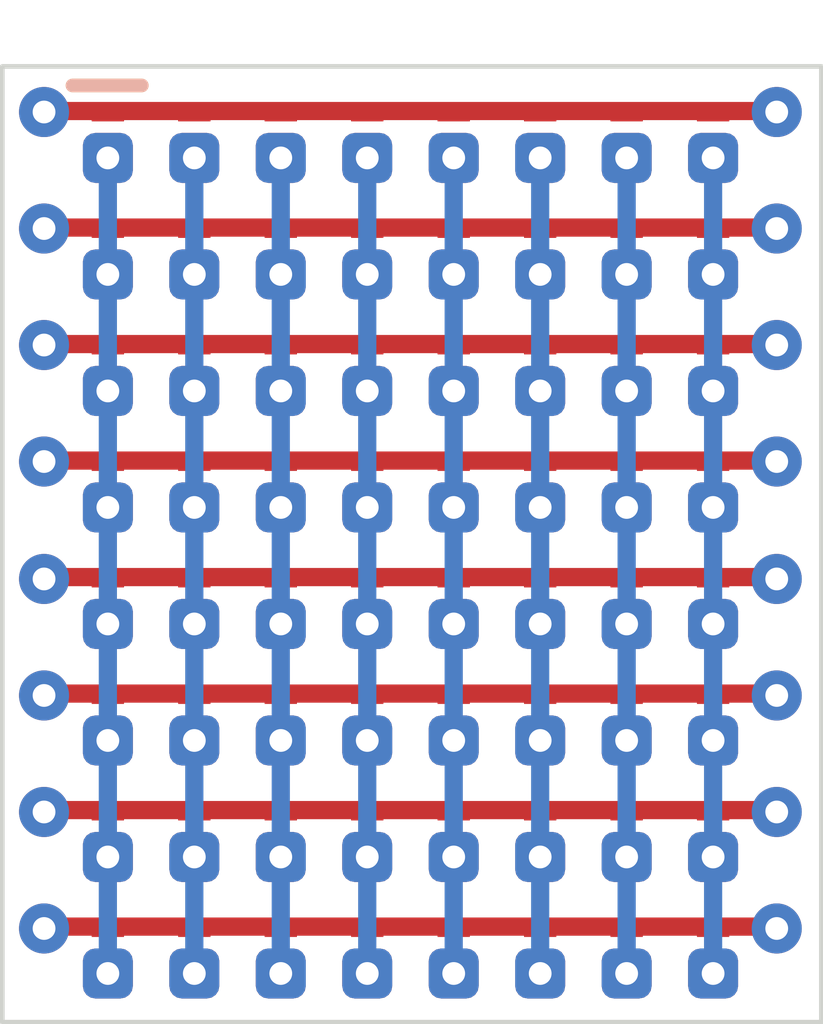
<source format=kicad_pcb>
(kicad_pcb (version 20240108) (generator "pcbnew") (generator_version "8.0")
  (layers (0 "F.Cu" signal) (31 "B.Cu" signal) (34 "B.Paste" user) (35 "F.Paste" user) (36 "B.SilkS" user "B.Silkscreen") (37 "F.SilkS" user "F.Silkscreen") (38 "B.Mask" user) (39 "F.Mask" user) (44 "Edge.Cuts" user))
  (net 0 "")
  (net 1 "/Row1")
  (net 2 "/Row2")
  (net 3 "/Row3")
  (net 4 "/Row4")
  (net 5 "/Row5")
  (net 6 "/Row6")
  (net 7 "/Row7")
  (net 8 "/Row8")
  (net 9 "/Col1")
  (net 10 "/Col2")
  (net 11 "/Col3")
  (net 12 "/Col4")
  (net 13 "/Col5")
  (net 14 "/Col6")
  (net 15 "/Col7")
  (net 16 "/Col8")
  (footprint "Custom footprints:LED_APG0603SEC-E-TT_KNB - with via" (layer "F.Cu") (at 103.06 109.64)
    (property "Reference" "D59" (hide yes))
    (property "Value" "LED" (hide yes))
    (pad "1" smd rect (at 0 -0.1778 270) (size 0.2032 0.3556) (layers "F.Cu" "F.Paste" "F.Mask") (net 8 "/Row8"))
    (pad "2" thru_hole roundrect (at 0 0.325 90) (size 0.55 0.55) (drill 0.25) (layers "*.Cu") (net 11 "/Col3"))
  )
  (footprint "Custom footprints:LED_APG0603SEC-E-TT_KNB - with via" (layer "F.Cu") (at 105.91 104.52)
    (property "Reference" "D30" (hide yes))
    (property "Value" "LED" (hide yes))
    (pad "1" smd rect (at 0 -0.1778 270) (size 0.2032 0.3556) (layers "F.Cu" "F.Paste" "F.Mask") (net 4 "/Row4"))
    (pad "2" thru_hole roundrect (at 0 0.325 90) (size 0.55 0.55) (drill 0.25) (layers "*.Cu") (net 14 "/Col6"))
  )
  (footprint "Custom footprints:LED_APG0603SEC-E-TT_KNB - with via" (layer "F.Cu") (at 105.91 108.36)
    (property "Reference" "D54" (hide yes))
    (property "Value" "LED" (hide yes))
    (pad "1" smd rect (at 0 -0.1778 270) (size 0.2032 0.3556) (layers "F.Cu" "F.Paste" "F.Mask") (net 7 "/Row7"))
    (pad "2" thru_hole roundrect (at 0 0.325 90) (size 0.55 0.55) (drill 0.25) (layers "*.Cu") (net 14 "/Col6"))
  )
  (footprint "Custom footprints:LED_APG0603SEC-E-TT_KNB - with via" (layer "F.Cu") (at 104.01 108.36)
    (property "Reference" "D52" (hide yes))
    (property "Value" "LED" (hide yes))
    (pad "1" smd rect (at 0 -0.1778 270) (size 0.2032 0.3556) (layers "F.Cu" "F.Paste" "F.Mask") (net 7 "/Row7"))
    (pad "2" thru_hole roundrect (at 0 0.325 90) (size 0.55 0.55) (drill 0.25) (layers "*.Cu") (net 12 "/Col4"))
  )
  (footprint "Custom footprints:LED_APG0603SEC-E-TT_KNB - with via" (layer "F.Cu") (at 102.11 104.52)
    (property "Reference" "D26" (hide yes))
    (property "Value" "LED" (hide yes))
    (pad "1" smd rect (at 0 -0.1778 270) (size 0.2032 0.3556) (layers "F.Cu" "F.Paste" "F.Mask") (net 4 "/Row4"))
    (pad "2" thru_hole roundrect (at 0 0.325 90) (size 0.55 0.55) (drill 0.25) (layers "*.Cu") (net 10 "/Col2"))
  )
  (footprint "Custom footprints:LED_APG0603SEC-E-TT_KNB - with via" (layer "F.Cu") (at 102.11 108.36)
    (property "Reference" "D50" (hide yes))
    (property "Value" "LED" (hide yes))
    (pad "1" smd rect (at 0 -0.1778 270) (size 0.2032 0.3556) (layers "F.Cu" "F.Paste" "F.Mask") (net 7 "/Row7"))
    (pad "2" thru_hole roundrect (at 0 0.325 90) (size 0.55 0.55) (drill 0.25) (layers "*.Cu") (net 10 "/Col2"))
  )
  (footprint "Custom footprints:LED_APG0603SEC-E-TT_KNB - with via" (layer "F.Cu") (at 103.06 104.52)
    (property "Reference" "D27" (hide yes))
    (property "Value" "LED" (hide yes))
    (pad "1" smd rect (at 0 -0.1778 270) (size 0.2032 0.3556) (layers "F.Cu" "F.Paste" "F.Mask") (net 4 "/Row4"))
    (pad "2" thru_hole roundrect (at 0 0.325 90) (size 0.55 0.55) (drill 0.25) (layers "*.Cu") (net 11 "/Col3"))
  )
  (footprint "Custom footprints:LED_APG0603SEC-E-TT_KNB - with via" (layer "F.Cu") (at 104.01 107.08)
    (property "Reference" "D44" (hide yes))
    (property "Value" "LED" (hide yes))
    (pad "1" smd rect (at 0 -0.1778 270) (size 0.2032 0.3556) (layers "F.Cu" "F.Paste" "F.Mask") (net 6 "/Row6"))
    (pad "2" thru_hole roundrect (at 0 0.325 90) (size 0.55 0.55) (drill 0.25) (layers "*.Cu") (net 12 "/Col4"))
  )
  (footprint "Custom footprints:LED_APG0603SEC-E-TT_KNB - with via" (layer "F.Cu") (at 102.11 101.96)
    (property "Reference" "D10" (hide yes))
    (property "Value" "LED" (hide yes))
    (pad "1" smd rect (at 0 -0.1778 270) (size 0.2032 0.3556) (layers "F.Cu" "F.Paste" "F.Mask") (net 2 "/Row2"))
    (pad "2" thru_hole roundrect (at 0 0.325 90) (size 0.55 0.55) (drill 0.25) (layers "*.Cu") (net 10 "/Col2"))
  )
  (footprint "Custom footprints:LED_APG0603SEC-E-TT_KNB - with via" (layer "F.Cu") (at 106.86 107.08)
    (property "Reference" "D47" (hide yes))
    (property "Value" "LED" (hide yes))
    (pad "1" smd rect (at 0 -0.1778 270) (size 0.2032 0.3556) (layers "F.Cu" "F.Paste" "F.Mask") (net 6 "/Row6"))
    (pad "2" thru_hole roundrect (at 0 0.325 90) (size 0.55 0.55) (drill 0.25) (layers "*.Cu") (net 15 "/Col7"))
  )
  (footprint "Custom footprints:LED_APG0603SEC-E-TT_KNB - with via" (layer "F.Cu") (at 101.16 108.36)
    (property "Reference" "D49" (hide yes))
    (property "Value" "LED" (hide yes))
    (pad "1" smd rect (at 0 -0.1778 270) (size 0.2032 0.3556) (layers "F.Cu" "F.Paste" "F.Mask") (net 7 "/Row7"))
    (pad "2" thru_hole roundrect (at 0 0.325 90) (size 0.55 0.55) (drill 0.25) (layers "*.Cu") (net 9 "/Col1"))
  )
  (footprint "Custom footprints:LED_APG0603SEC-E-TT_KNB - with via" (layer "F.Cu") (at 102.11 105.8)
    (property "Reference" "D34" (hide yes))
    (property "Value" "LED" (hide yes))
    (pad "1" smd rect (at 0 -0.1778 270) (size 0.2032 0.3556) (layers "F.Cu" "F.Paste" "F.Mask") (net 5 "/Row5"))
    (pad "2" thru_hole roundrect (at 0 0.325 90) (size 0.55 0.55) (drill 0.25) (layers "*.Cu") (net 10 "/Col2"))
  )
  (footprint "Custom footprints:LED_APG0603SEC-E-TT_KNB - with via" (layer "F.Cu") (at 104.01 101.96)
    (property "Reference" "D12" (hide yes))
    (property "Value" "LED" (hide yes))
    (pad "1" smd rect (at 0 -0.1778 270) (size 0.2032 0.3556) (layers "F.Cu" "F.Paste" "F.Mask") (net 2 "/Row2"))
    (pad "2" thru_hole roundrect (at 0 0.325 90) (size 0.55 0.55) (drill 0.25) (layers "*.Cu") (net 12 "/Col4"))
  )
  (footprint "Custom footprints:LED_APG0603SEC-E-TT_KNB - with via" (layer "F.Cu") (at 106.86 109.64)
    (property "Reference" "D63" (hide yes))
    (property "Value" "LED" (hide yes))
    (pad "1" smd rect (at 0 -0.1778 270) (size 0.2032 0.3556) (layers "F.Cu" "F.Paste" "F.Mask") (net 8 "/Row8"))
    (pad "2" thru_hole roundrect (at 0 0.325 90) (size 0.55 0.55) (drill 0.25) (layers "*.Cu") (net 15 "/Col7"))
  )
  (footprint "Custom footprints:LED_APG0603SEC-E-TT_KNB - with via" (layer "F.Cu") (at 104.01 100.68)
    (property "Reference" "D4" (hide yes))
    (property "Value" "LED" (hide yes))
    (pad "1" smd rect (at 0 -0.1778 270) (size 0.2032 0.3556) (layers "F.Cu" "F.Paste" "F.Mask") (net 1 "/Row1"))
    (pad "2" thru_hole roundrect (at 0 0.325 90) (size 0.55 0.55) (drill 0.25) (layers "*.Cu") (net 12 "/Col4"))
  )
  (footprint "Custom footprints:LED_APG0603SEC-E-TT_KNB - with via" (layer "F.Cu") (at 104.96 109.64)
    (property "Reference" "D61" (hide yes))
    (property "Value" "LED" (hide yes))
    (pad "1" smd rect (at 0 -0.1778 270) (size 0.2032 0.3556) (layers "F.Cu" "F.Paste" "F.Mask") (net 8 "/Row8"))
    (pad "2" thru_hole roundrect (at 0 0.325 90) (size 0.55 0.55) (drill 0.25) (layers "*.Cu") (net 13 "/Col5"))
  )
  (footprint "Custom footprints:LED_APG0603SEC-E-TT_KNB - with via" (layer "F.Cu") (at 105.91 109.64)
    (property "Reference" "D62" (hide yes))
    (property "Value" "LED" (hide yes))
    (pad "1" smd rect (at 0 -0.1778 270) (size 0.2032 0.3556) (layers "F.Cu" "F.Paste" "F.Mask") (net 8 "/Row8"))
    (pad "2" thru_hole roundrect (at 0 0.325 90) (size 0.55 0.55) (drill 0.25) (layers "*.Cu") (net 14 "/Col6"))
  )
  (footprint "Custom footprints:LED_APG0603SEC-E-TT_KNB - with via" (layer "F.Cu") (at 107.81 101.96)
    (property "Reference" "D16" (hide yes))
    (property "Value" "LED" (hide yes))
    (pad "1" smd rect (at 0 -0.1778 270) (size 0.2032 0.3556) (layers "F.Cu" "F.Paste" "F.Mask") (net 2 "/Row2"))
    (pad "2" thru_hole roundrect (at 0 0.325 90) (size 0.55 0.55) (drill 0.25) (layers "*.Cu") (net 16 "/Col8"))
  )
  (footprint "Custom footprints:LED_APG0603SEC-E-TT_KNB - with via" (layer "F.Cu") (at 104.01 105.8)
    (property "Reference" "D36" (hide yes))
    (property "Value" "LED" (hide yes))
    (pad "1" smd rect (at 0 -0.1778 270) (size 0.2032 0.3556) (layers "F.Cu" "F.Paste" "F.Mask") (net 5 "/Row5"))
    (pad "2" thru_hole roundrect (at 0 0.325 90) (size 0.55 0.55) (drill 0.25) (layers "*.Cu") (net 12 "/Col4"))
  )
  (footprint "Custom footprints:LED_APG0603SEC-E-TT_KNB - with via" (layer "F.Cu") (at 101.16 103.24)
    (property "Reference" "D17" (hide yes))
    (property "Value" "LED" (hide yes))
    (pad "1" smd rect (at 0 -0.1778 270) (size 0.2032 0.3556) (layers "F.Cu" "F.Paste" "F.Mask") (net 3 "/Row3"))
    (pad "2" thru_hole roundrect (at 0 0.325 90) (size 0.55 0.55) (drill 0.25) (layers "*.Cu") (net 9 "/Col1"))
  )
  (footprint "Custom footprints:LED_APG0603SEC-E-TT_KNB - with via" (layer "F.Cu") (at 104.96 105.8)
    (property "Reference" "D37" (hide yes))
    (property "Value" "LED" (hide yes))
    (pad "1" smd rect (at 0 -0.1778 270) (size 0.2032 0.3556) (layers "F.Cu" "F.Paste" "F.Mask") (net 5 "/Row5"))
    (pad "2" thru_hole roundrect (at 0 0.325 90) (size 0.55 0.55) (drill 0.25) (layers "*.Cu") (net 13 "/Col5"))
  )
  (footprint "Custom footprints:LED_APG0603SEC-E-TT_KNB - with via" (layer "F.Cu") (at 105.91 101.96)
    (property "Reference" "D14" (hide yes))
    (property "Value" "LED" (hide yes))
    (pad "1" smd rect (at 0 -0.1778 270) (size 0.2032 0.3556) (layers "F.Cu" "F.Paste" "F.Mask") (net 2 "/Row2"))
    (pad "2" thru_hole roundrect (at 0 0.325 90) (size 0.55 0.55) (drill 0.25) (layers "*.Cu") (net 14 "/Col6"))
  )
  (footprint "Custom footprints:LED_APG0603SEC-E-TT_KNB - with via" (layer "F.Cu") (at 107.81 109.64)
    (property "Reference" "D64" (hide yes))
    (property "Value" "LED" (hide yes))
    (pad "1" smd rect (at 0 -0.1778 270) (size 0.2032 0.3556) (layers "F.Cu" "F.Paste" "F.Mask") (net 8 "/Row8"))
    (pad "2" thru_hole roundrect (at 0 0.325 90) (size 0.55 0.55) (drill 0.25) (layers "*.Cu") (net 16 "/Col8"))
  )
  (footprint "Custom footprints:LED_APG0603SEC-E-TT_KNB - with via" (layer "F.Cu") (at 103.06 103.24)
    (property "Reference" "D19" (hide yes))
    (property "Value" "LED" (hide yes))
    (pad "1" smd rect (at 0 -0.1778 270) (size 0.2032 0.3556) (layers "F.Cu" "F.Paste" "F.Mask") (net 3 "/Row3"))
    (pad "2" thru_hole roundrect (at 0 0.325 90) (size 0.55 0.55) (drill 0.25) (layers "*.Cu") (net 11 "/Col3"))
  )
  (footprint "Custom footprints:LED_APG0603SEC-E-TT_KNB - with via" (layer "F.Cu") (at 106.86 101.96)
    (property "Reference" "D15" (hide yes))
    (property "Value" "LED" (hide yes))
    (pad "1" smd rect (at 0 -0.1778 270) (size 0.2032 0.3556) (layers "F.Cu" "F.Paste" "F.Mask") (net 2 "/Row2"))
    (pad "2" thru_hole roundrect (at 0 0.325 90) (size 0.55 0.55) (drill 0.25) (layers "*.Cu") (net 15 "/Col7"))
  )
  (footprint "Custom footprints:LED_APG0603SEC-E-TT_KNB - with via" (layer "F.Cu") (at 103.06 101.96)
    (property "Reference" "D11" (hide yes))
    (property "Value" "LED" (hide yes))
    (pad "1" smd rect (at 0 -0.1778 270) (size 0.2032 0.3556) (layers "F.Cu" "F.Paste" "F.Mask") (net 2 "/Row2"))
    (pad "2" thru_hole roundrect (at 0 0.325 90) (size 0.55 0.55) (drill 0.25) (layers "*.Cu") (net 11 "/Col3"))
  )
  (footprint "Custom footprints:LED_APG0603SEC-E-TT_KNB - with via" (layer "F.Cu") (at 104.01 109.64)
    (property "Reference" "D60" (hide yes))
    (property "Value" "LED" (hide yes))
    (pad "1" smd rect (at 0 -0.1778 270) (size 0.2032 0.3556) (layers "F.Cu" "F.Paste" "F.Mask") (net 8 "/Row8"))
    (pad "2" thru_hole roundrect (at 0 0.325 90) (size 0.55 0.55) (drill 0.25) (layers "*.Cu") (net 12 "/Col4"))
  )
  (footprint "Custom footprints:LED_APG0603SEC-E-TT_KNB - with via" (layer "F.Cu") (at 106.86 105.8)
    (property "Reference" "D39" (hide yes))
    (property "Value" "LED" (hide yes))
    (pad "1" smd rect (at 0 -0.1778 270) (size 0.2032 0.3556) (layers "F.Cu" "F.Paste" "F.Mask") (net 5 "/Row5"))
    (pad "2" thru_hole roundrect (at 0 0.325 90) (size 0.55 0.55) (drill 0.25) (layers "*.Cu") (net 15 "/Col7"))
  )
  (footprint "Custom footprints:LED_APG0603SEC-E-TT_KNB - with via" (layer "F.Cu") (at 101.16 105.8)
    (property "Reference" "D33" (hide yes))
    (property "Value" "LED" (hide yes))
    (pad "1" smd rect (at 0 -0.1778 270) (size 0.2032 0.3556) (layers "F.Cu" "F.Paste" "F.Mask") (net 5 "/Row5"))
    (pad "2" thru_hole roundrect (at 0 0.325 90) (size 0.55 0.55) (drill 0.25) (layers "*.Cu") (net 9 "/Col1"))
  )
  (footprint "Custom footprints:LED_APG0603SEC-E-TT_KNB - with via" (layer "F.Cu") (at 105.91 103.24)
    (property "Reference" "D22" (hide yes))
    (property "Value" "LED" (hide yes))
    (pad "1" smd rect (at 0 -0.1778 270) (size 0.2032 0.3556) (layers "F.Cu" "F.Paste" "F.Mask") (net 3 "/Row3"))
    (pad "2" thru_hole roundrect (at 0 0.325 90) (size 0.55 0.55) (drill 0.25) (layers "*.Cu") (net 14 "/Col6"))
  )
  (footprint "Custom footprints:LED_APG0603SEC-E-TT_KNB - with via" (layer "F.Cu") (at 102.11 100.68)
    (property "Reference" "D2" (hide yes))
    (property "Value" "LED" (hide yes))
    (pad "1" smd rect (at 0 -0.1778 270) (size 0.2032 0.3556) (layers "F.Cu" "F.Paste" "F.Mask") (net 1 "/Row1"))
    (pad "2" thru_hole roundrect (at 0 0.325 90) (size 0.55 0.55) (drill 0.25) (layers "*.Cu") (net 10 "/Col2"))
  )
  (footprint "Custom footprints:LED_APG0603SEC-E-TT_KNB - with via" (layer "F.Cu") (at 104.96 101.96)
    (property "Reference" "D13" (hide yes))
    (property "Value" "LED" (hide yes))
    (pad "1" smd rect (at 0 -0.1778 270) (size 0.2032 0.3556) (layers "F.Cu" "F.Paste" "F.Mask") (net 2 "/Row2"))
    (pad "2" thru_hole roundrect (at 0 0.325 90) (size 0.55 0.55) (drill 0.25) (layers "*.Cu") (net 13 "/Col5"))
  )
  (footprint "Custom footprints:LED_APG0603SEC-E-TT_KNB - with via" (layer "F.Cu") (at 107.81 103.24)
    (property "Reference" "D24" (hide yes))
    (property "Value" "LED" (hide yes))
    (pad "1" smd rect (at 0 -0.1778 270) (size 0.2032 0.3556) (layers "F.Cu" "F.Paste" "F.Mask") (net 3 "/Row3"))
    (pad "2" thru_hole roundrect (at 0 0.325 90) (size 0.55 0.55) (drill 0.25) (layers "*.Cu") (net 16 "/Col8"))
  )
  (footprint "Custom footprints:LED_APG0603SEC-E-TT_KNB - with via" (layer "F.Cu") (at 107.81 100.68)
    (property "Reference" "D8" (hide yes))
    (property "Value" "LED" (hide yes))
    (pad "1" smd rect (at 0 -0.1778 270) (size 0.2032 0.3556) (layers "F.Cu" "F.Paste" "F.Mask") (net 1 "/Row1"))
    (pad "2" thru_hole roundrect (at 0 0.325 90) (size 0.55 0.55) (drill 0.25) (layers "*.Cu") (net 16 "/Col8"))
  )
  (footprint "Custom footprints:LED_APG0603SEC-E-TT_KNB - with via" (layer "F.Cu") (at 103.06 100.68)
    (property "Reference" "D3" (hide yes))
    (property "Value" "LED" (hide yes))
    (pad "1" smd rect (at 0 -0.1778 270) (size 0.2032 0.3556) (layers "F.Cu" "F.Paste" "F.Mask") (net 1 "/Row1"))
    (pad "2" thru_hole roundrect (at 0 0.325 90) (size 0.55 0.55) (drill 0.25) (layers "*.Cu") (net 11 "/Col3"))
  )
  (footprint "Custom footprints:LED_APG0603SEC-E-TT_KNB - with via" (layer "F.Cu") (at 105.91 107.08)
    (property "Reference" "D46" (hide yes))
    (property "Value" "LED" (hide yes))
    (pad "1" smd rect (at 0 -0.1778 270) (size 0.2032 0.3556) (layers "F.Cu" "F.Paste" "F.Mask") (net 6 "/Row6"))
    (pad "2" thru_hole roundrect (at 0 0.325 90) (size 0.55 0.55) (drill 0.25) (layers "*.Cu") (net 14 "/Col6"))
  )
  (footprint "Custom footprints:LED_APG0603SEC-E-TT_KNB - with via" (layer "F.Cu") (at 104.96 104.52)
    (property "Reference" "D29" (hide yes))
    (property "Value" "LED" (hide yes))
    (pad "1" smd rect (at 0 -0.1778 270) (size 0.2032 0.3556) (layers "F.Cu" "F.Paste" "F.Mask") (net 4 "/Row4"))
    (pad "2" thru_hole roundrect (at 0 0.325 90) (size 0.55 0.55) (drill 0.25) (layers "*.Cu") (net 13 "/Col5"))
  )
  (footprint "Custom footprints:LED_APG0603SEC-E-TT_KNB - with via" (layer "F.Cu") (at 101.16 107.08)
    (property "Reference" "D41" (hide yes))
    (property "Value" "LED" (hide yes))
    (pad "1" smd rect (at 0 -0.1778 270) (size 0.2032 0.3556) (layers "F.Cu" "F.Paste" "F.Mask") (net 6 "/Row6"))
    (pad "2" thru_hole roundrect (at 0 0.325 90) (size 0.55 0.55) (drill 0.25) (layers "*.Cu") (net 9 "/Col1"))
  )
  (footprint "Custom footprints:LED_APG0603SEC-E-TT_KNB - with via" (layer "F.Cu") (at 103.06 105.8)
    (property "Reference" "D35" (hide yes))
    (property "Value" "LED" (hide yes))
    (pad "1" smd rect (at 0 -0.1778 270) (size 0.2032 0.3556) (layers "F.Cu" "F.Paste" "F.Mask") (net 5 "/Row5"))
    (pad "2" thru_hole roundrect (at 0 0.325 90) (size 0.55 0.55) (drill 0.25) (layers "*.Cu") (net 11 "/Col3"))
  )
  (footprint "Custom footprints:LED_APG0603SEC-E-TT_KNB - with via" (layer "F.Cu") (at 105.91 105.8)
    (property "Reference" "D38" (hide yes))
    (property "Value" "LED" (hide yes))
    (pad "1" smd rect (at 0 -0.1778 270) (size 0.2032 0.3556) (layers "F.Cu" "F.Paste" "F.Mask") (net 5 "/Row5"))
    (pad "2" thru_hole roundrect (at 0 0.325 90) (size 0.55 0.55) (drill 0.25) (layers "*.Cu") (net 14 "/Col6"))
  )
  (footprint "Custom footprints:LED_APG0603SEC-E-TT_KNB - with via" (layer "F.Cu") (at 104.96 108.36)
    (property "Reference" "D53" (hide yes))
    (property "Value" "LED" (hide yes))
    (pad "1" smd rect (at 0 -0.1778 270) (size 0.2032 0.3556) (layers "F.Cu" "F.Paste" "F.Mask") (net 7 "/Row7"))
    (pad "2" thru_hole roundrect (at 0 0.325 90) (size 0.55 0.55) (drill 0.25) (layers "*.Cu") (net 13 "/Col5"))
  )
  (footprint "Custom footprints:LED_APG0603SEC-E-TT_KNB - with via" (layer "F.Cu") (at 104.01 104.52)
    (property "Reference" "D28" (hide yes))
    (property "Value" "LED" (hide yes))
    (pad "1" smd rect (at 0 -0.1778 270) (size 0.2032 0.3556) (layers "F.Cu" "F.Paste" "F.Mask") (net 4 "/Row4"))
    (pad "2" thru_hole roundrect (at 0 0.325 90) (size 0.55 0.55) (drill 0.25) (layers "*.Cu") (net 12 "/Col4"))
  )
  (footprint "Custom footprints:LED_APG0603SEC-E-TT_KNB - with via" (layer "F.Cu") (at 106.86 100.68)
    (property "Reference" "D7" (hide yes))
    (property "Value" "LED" (hide yes))
    (pad "1" smd rect (at 0 -0.1778 270) (size 0.2032 0.3556) (layers "F.Cu" "F.Paste" "F.Mask") (net 1 "/Row1"))
    (pad "2" thru_hole roundrect (at 0 0.325 90) (size 0.55 0.55) (drill 0.25) (layers "*.Cu") (net 15 "/Col7"))
  )
  (footprint "Custom footprints:LED_APG0603SEC-E-TT_KNB - with via" (layer "F.Cu") (at 107.81 108.36)
    (property "Reference" "D56" (hide yes))
    (property "Value" "LED" (hide yes))
    (pad "1" smd rect (at 0 -0.1778 270) (size 0.2032 0.3556) (layers "F.Cu" "F.Paste" "F.Mask") (net 7 "/Row7"))
    (pad "2" thru_hole roundrect (at 0 0.325 90) (size 0.55 0.55) (drill 0.25) (layers "*.Cu") (net 16 "/Col8"))
  )
  (footprint "Custom footprints:LED_APG0603SEC-E-TT_KNB - with via" (layer "F.Cu") (at 101.16 101.96)
    (property "Reference" "D9" (hide yes))
    (property "Value" "LED" (hide yes))
    (pad "1" smd rect (at 0 -0.1778 270) (size 0.2032 0.3556) (layers "F.Cu" "F.Paste" "F.Mask") (net 2 "/Row2"))
    (pad "2" thru_hole roundrect (at 0 0.325 90) (size 0.55 0.55) (drill 0.25) (layers "*.Cu") (net 9 "/Col1"))
  )
  (footprint "Custom footprints:LED_APG0603SEC-E-TT_KNB - with via" (layer "F.Cu") (at 104.96 100.68)
    (property "Reference" "D5" (hide yes))
    (property "Value" "LED" (hide yes))
    (pad "1" smd rect (at 0 -0.1778 270) (size 0.2032 0.3556) (layers "F.Cu" "F.Paste" "F.Mask") (net 1 "/Row1"))
    (pad "2" thru_hole roundrect (at 0 0.325 90) (size 0.55 0.55) (drill 0.25) (layers "*.Cu") (net 13 "/Col5"))
  )
  (footprint "Custom footprints:LED_APG0603SEC-E-TT_KNB - with via" (layer "F.Cu") (at 103.06 107.08)
    (property "Reference" "D43" (hide yes))
    (property "Value" "LED" (hide yes))
    (pad "1" smd rect (at 0 -0.1778 270) (size 0.2032 0.3556) (layers "F.Cu" "F.Paste" "F.Mask") (net 6 "/Row6"))
    (pad "2" thru_hole roundrect (at 0 0.325 90) (size 0.55 0.55) (drill 0.25) (layers "*.Cu") (net 11 "/Col3"))
  )
  (footprint "Custom footprints:LED_APG0603SEC-E-TT_KNB - with via" (layer "F.Cu") (at 107.81 104.52)
    (property "Reference" "D32" (hide yes))
    (property "Value" "LED" (hide yes))
    (pad "1" smd rect (at 0 -0.1778 270) (size 0.2032 0.3556) (layers "F.Cu" "F.Paste" "F.Mask") (net 4 "/Row4"))
    (pad "2" thru_hole roundrect (at 0 0.325 90) (size 0.55 0.55) (drill 0.25) (layers "*.Cu") (net 16 "/Col8"))
  )
  (footprint "Custom footprints:LED_APG0603SEC-E-TT_KNB - with via" (layer "F.Cu") (at 104.96 103.24)
    (property "Reference" "D21" (hide yes))
    (property "Value" "LED" (hide yes))
    (pad "1" smd rect (at 0 -0.1778 270) (size 0.2032 0.3556) (layers "F.Cu" "F.Paste" "F.Mask") (net 3 "/Row3"))
    (pad "2" thru_hole roundrect (at 0 0.325 90) (size 0.55 0.55) (drill 0.25) (layers "*.Cu") (net 13 "/Col5"))
  )
  (footprint "Custom footprints:LED_APG0603SEC-E-TT_KNB - with via" (layer "F.Cu") (at 103.06 108.36)
    (property "Reference" "D51" (hide yes))
    (property "Value" "LED" (hide yes))
    (pad "1" smd rect (at 0 -0.1778 270) (size 0.2032 0.3556) (layers "F.Cu" "F.Paste" "F.Mask") (net 7 "/Row7"))
    (pad "2" thru_hole roundrect (at 0 0.325 90) (size 0.55 0.55) (drill 0.25) (layers "*.Cu") (net 11 "/Col3"))
  )
  (footprint "Custom footprints:LED_APG0603SEC-E-TT_KNB - with via" (layer "F.Cu") (at 107.81 107.08)
    (property "Reference" "D48" (hide yes))
    (property "Value" "LED" (hide yes))
    (pad "1" smd rect (at 0 -0.1778 270) (size 0.2032 0.3556) (layers "F.Cu" "F.Paste" "F.Mask") (net 6 "/Row6"))
    (pad "2" thru_hole roundrect (at 0 0.325 90) (size 0.55 0.55) (drill 0.25) (layers "*.Cu") (net 16 "/Col8"))
  )
  (footprint "Custom footprints:LED_APG0603SEC-E-TT_KNB - with via" (layer "F.Cu") (at 102.11 107.08)
    (property "Reference" "D42" (hide yes))
    (property "Value" "LED" (hide yes))
    (pad "1" smd rect (at 0 -0.1778 270) (size 0.2032 0.3556) (layers "F.Cu" "F.Paste" "F.Mask") (net 6 "/Row6"))
    (pad "2" thru_hole roundrect (at 0 0.325 90) (size 0.55 0.55) (drill 0.25) (layers "*.Cu") (net 10 "/Col2"))
  )
  (footprint "Custom footprints:LED_APG0603SEC-E-TT_KNB - with via" (layer "F.Cu") (at 102.11 109.64)
    (property "Reference" "D58" (hide yes))
    (property "Value" "LED" (hide yes))
    (pad "1" smd rect (at 0 -0.1778 270) (size 0.2032 0.3556) (layers "F.Cu" "F.Paste" "F.Mask") (net 8 "/Row8"))
    (pad "2" thru_hole roundrect (at 0 0.325 90) (size 0.55 0.55) (drill 0.25) (layers "*.Cu") (net 10 "/Col2"))
  )
  (footprint "Custom footprints:LED_APG0603SEC-E-TT_KNB - with via" (layer "F.Cu") (at 106.86 108.36)
    (property "Reference" "D55" (hide yes))
    (property "Value" "LED" (hide yes))
    (pad "1" smd rect (at 0 -0.1778 270) (size 0.2032 0.3556) (layers "F.Cu" "F.Paste" "F.Mask") (net 7 "/Row7"))
    (pad "2" thru_hole roundrect (at 0 0.325 90) (size 0.55 0.55) (drill 0.25) (layers "*.Cu") (net 15 "/Col7"))
  )
  (footprint "Custom footprints:LED_APG0603SEC-E-TT_KNB - with via" (layer "F.Cu") (at 101.16 104.52)
    (property "Reference" "D25" (hide yes))
    (property "Value" "LED" (hide yes))
    (pad "1" smd rect (at 0 -0.1778 270) (size 0.2032 0.3556) (layers "F.Cu" "F.Paste" "F.Mask") (net 4 "/Row4"))
    (pad "2" thru_hole roundrect (at 0 0.325 90) (size 0.55 0.55) (drill 0.25) (layers "*.Cu") (net 9 "/Col1"))
  )
  (footprint "Custom footprints:LED_APG0603SEC-E-TT_KNB - with via" (layer "F.Cu") (at 102.11 103.24)
    (property "Reference" "D18" (hide yes))
    (property "Value" "LED" (hide yes))
    (pad "1" smd rect (at 0 -0.1778 270) (size 0.2032 0.3556) (layers "F.Cu" "F.Paste" "F.Mask") (net 3 "/Row3"))
    (pad "2" thru_hole roundrect (at 0 0.325 90) (size 0.55 0.55) (drill 0.25) (layers "*.Cu") (net 10 "/Col2"))
  )
  (footprint "Custom footprints:LED_APG0603SEC-E-TT_KNB - with via" (layer "F.Cu") (at 106.86 103.24)
    (property "Reference" "D23" (hide yes))
    (property "Value" "LED" (hide yes))
    (pad "1" smd rect (at 0 -0.1778 270) (size 0.2032 0.3556) (layers "F.Cu" "F.Paste" "F.Mask") (net 3 "/Row3"))
    (pad "2" thru_hole roundrect (at 0 0.325 90) (size 0.55 0.55) (drill 0.25) (layers "*.Cu") (net 15 "/Col7"))
  )
  (footprint "Custom footprints:LED_APG0603SEC-E-TT_KNB - with via" (layer "F.Cu") (at 104.01 103.24)
    (property "Reference" "D20" (hide yes))
    (property "Value" "LED" (hide yes))
    (pad "1" smd rect (at 0 -0.1778 270) (size 0.2032 0.3556) (layers "F.Cu" "F.Paste" "F.Mask") (net 3 "/Row3"))
    (pad "2" thru_hole roundrect (at 0 0.325 90) (size 0.55 0.55) (drill 0.25) (layers "*.Cu") (net 12 "/Col4"))
  )
  (footprint "Custom footprints:LED_APG0603SEC-E-TT_KNB - with via" (layer "F.Cu") (at 105.91 100.68)
    (property "Reference" "D6" (hide yes))
    (property "Value" "LED" (hide yes))
    (pad "1" smd rect (at 0 -0.1778 270) (size 0.2032 0.3556) (layers "F.Cu" "F.Paste" "F.Mask") (net 1 "/Row1"))
    (pad "2" thru_hole roundrect (at 0 0.325 90) (size 0.55 0.55) (drill 0.25) (layers "*.Cu") (net 14 "/Col6"))
  )
  (footprint "Custom footprints:LED_APG0603SEC-E-TT_KNB - with via" (layer "F.Cu") (at 107.81 105.8)
    (property "Reference" "D40" (hide yes))
    (property "Value" "LED" (hide yes))
    (pad "1" smd rect (at 0 -0.1778 270) (size 0.2032 0.3556) (layers "F.Cu" "F.Paste" "F.Mask") (net 5 "/Row5"))
    (pad "2" thru_hole roundrect (at 0 0.325 90) (size 0.55 0.55) (drill 0.25) (layers "*.Cu") (net 16 "/Col8"))
  )
  (footprint "Custom footprints:LED_APG0603SEC-E-TT_KNB - with via" (layer "F.Cu") (at 101.16 109.64)
    (property "Reference" "D57" (hide yes))
    (property "Value" "LED" (hide yes))
    (pad "1" smd rect (at 0 -0.1778 270) (size 0.2032 0.3556) (layers "F.Cu" "F.Paste" "F.Mask") (net 8 "/Row8"))
    (pad "2" thru_hole roundrect (at 0 0.325 90) (size 0.55 0.55) (drill 0.25) (layers "*.Cu") (net 9 "/Col1"))
  )
  (footprint "Custom footprints:LED_APG0603SEC-E-TT_KNB - with via" (layer "F.Cu") (at 106.86 104.52)
    (property "Reference" "D31" (hide yes))
    (property "Value" "LED" (hide yes))
    (pad "1" smd rect (at 0 -0.1778 270) (size 0.2032 0.3556) (layers "F.Cu" "F.Paste" "F.Mask") (net 4 "/Row4"))
    (pad "2" thru_hole roundrect (at 0 0.325 90) (size 0.55 0.55) (drill 0.25) (layers "*.Cu") (net 15 "/Col7"))
  )
  (footprint "Custom footprints:LED_APG0603SEC-E-TT_KNB - with via" (layer "F.Cu") (at 101.16 100.68)
    (property "Reference" "D1" (hide yes))
    (property "Value" "LED" (hide yes))
    (pad "1" smd rect (at 0 -0.1778 270) (size 0.2032 0.3556) (layers "F.Cu" "F.Paste" "F.Mask") (net 1 "/Row1"))
    (pad "2" thru_hole roundrect (at 0 0.325 90) (size 0.55 0.55) (drill 0.25) (layers "*.Cu") (net 9 "/Col1"))
  )
  (footprint "Custom footprints:LED_APG0603SEC-E-TT_KNB - with via" (layer "F.Cu") (at 104.96 107.08)
    (property "Reference" "D45" (hide yes))
    (property "Value" "LED" (hide yes))
    (pad "1" smd rect (at 0 -0.1778 270) (size 0.2032 0.3556) (layers "F.Cu" "F.Paste" "F.Mask") (net 6 "/Row6"))
    (pad "2" thru_hole roundrect (at 0 0.325 90) (size 0.55 0.55) (drill 0.25) (layers "*.Cu") (net 13 "/Col5"))
  )
  (gr_rect (start 100 100) (end 109 110.5) (stroke (width 0.05)) (fill none) (layer "Edge.Cuts"))
  (gr_rect (start 100 100) (end 109 110.5) (stroke (width 0.05)) (fill none) (layer "Edge.Cuts"))
  (gr_text "-" (at 101.87 100.72 0) (layer "B.SilkS") (effects (font (size 1 1)) (justify left bottom mirror)))
  (gr_text "-" (at 101.87 100.72 0) (layer "F.SilkS") (effects (font (size 1 1)) (justify left bottom mirror)))
  (segment (start 100.4696 100.49) (end 108.4984 100.49) (width 0.2) (layer "F.Cu") (net 1))
  (segment (start 100.459 100.5006) (end 100.4696 100.49) (width 0.2) (layer "F.Cu") (net 1))
  (segment (start 108.4984 100.49) (end 108.509 100.5006) (width 0.2) (layer "F.Cu") (net 1))
  (via (at 108.509 100.5006) (size 0.55) (drill 0.25) (layers "F.Cu" "B.Cu") (net 1))
  (via (at 100.459 100.5006) (size 0.55) (drill 0.25) (layers "F.Cu" "B.Cu") (net 1))
  (segment (start 100.4696 101.77) (end 108.4984 101.77) (width 0.2) (layer "F.Cu") (net 2))
  (segment (start 100.459 101.7806) (end 100.4696 101.77) (width 0.2) (layer "F.Cu") (net 2))
  (segment (start 108.4984 101.77) (end 108.509 101.7806) (width 0.2) (layer "F.Cu") (net 2))
  (via (at 100.459 101.7806) (size 0.55) (drill 0.25) (layers "F.Cu" "B.Cu") (net 2))
  (via (at 108.509 101.7806) (size 0.55) (drill 0.25) (layers "F.Cu" "B.Cu") (net 2))
  (segment (start 100.459 103.0606) (end 100.4696 103.05) (width 0.2) (layer "F.Cu") (net 3))
  (segment (start 108.4984 103.05) (end 108.509 103.0606) (width 0.2) (layer "F.Cu") (net 3))
  (segment (start 100.4696 103.05) (end 108.4984 103.05) (width 0.2) (layer "F.Cu") (net 3))
  (via (at 100.459 103.0606) (size 0.55) (drill 0.25) (layers "F.Cu" "B.Cu") (net 3))
  (via (at 108.509 103.0606) (size 0.55) (drill 0.25) (layers "F.Cu" "B.Cu") (net 3))
  (segment (start 108.4984 104.33) (end 108.509 104.3406) (width 0.2) (layer "F.Cu") (net 4))
  (segment (start 100.4696 104.33) (end 108.4984 104.33) (width 0.2) (layer "F.Cu") (net 4))
  (segment (start 100.459 104.3406) (end 100.4696 104.33) (width 0.2) (layer "F.Cu") (net 4))
  (via (at 100.459 104.3406) (size 0.55) (drill 0.25) (layers "F.Cu" "B.Cu") (net 4))
  (via (at 108.509 104.3406) (size 0.55) (drill 0.25) (layers "F.Cu" "B.Cu") (net 4))
  (segment (start 100.459 105.6306) (end 100.4796 105.61) (width 0.2) (layer "F.Cu") (net 5))
  (segment (start 108.4884 105.61) (end 108.509 105.6306) (width 0.2) (layer "F.Cu") (net 5))
  (segment (start 100.4796 105.61) (end 108.4884 105.61) (width 0.2) (layer "F.Cu") (net 5))
  (via (at 108.509 105.6306) (size 0.55) (drill 0.25) (layers "F.Cu" "B.Cu") (net 5))
  (via (at 100.459 105.6306) (size 0.55) (drill 0.25) (layers "F.Cu" "B.Cu") (net 5))
  (segment (start 100.459 106.9106) (end 100.4796 106.89) (width 0.2) (layer "F.Cu") (net 6))
  (segment (start 100.4796 106.89) (end 108.4884 106.89) (width 0.2) (layer "F.Cu") (net 6))
  (segment (start 108.4884 106.89) (end 108.509 106.9106) (width 0.2) (layer "F.Cu") (net 6))
  (via (at 108.509 106.9106) (size 0.55) (drill 0.25) (layers "F.Cu" "B.Cu") (net 6))
  (via (at 100.459 106.9106) (size 0.55) (drill 0.25) (layers "F.Cu" "B.Cu") (net 6))
  (segment (start 108.4884 108.17) (end 108.509 108.1906) (width 0.2) (layer "F.Cu") (net 7))
  (segment (start 100.459 108.1906) (end 100.4796 108.17) (width 0.2) (layer "F.Cu") (net 7))
  (segment (start 100.4796 108.17) (end 108.4884 108.17) (width 0.2) (layer "F.Cu") (net 7))
  (via (at 108.509 108.1906) (size 0.55) (drill 0.25) (layers "F.Cu" "B.Cu") (net 7))
  (via (at 100.459 108.1906) (size 0.55) (drill 0.25) (layers "F.Cu" "B.Cu") (net 7))
  (segment (start 100.4796 109.45) (end 108.4884 109.45) (width 0.2) (layer "F.Cu") (net 8))
  (segment (start 108.4884 109.45) (end 108.509 109.4706) (width 0.2) (layer "F.Cu") (net 8))
  (segment (start 100.459 109.4706) (end 100.4796 109.45) (width 0.2) (layer "F.Cu") (net 8))
  (via (at 100.459 109.4706) (size 0.55) (drill 0.25) (layers "F.Cu" "B.Cu") (net 8))
  (via (at 108.509 109.4706) (size 0.55) (drill 0.25) (layers "F.Cu" "B.Cu") (net 8))
  (segment (start 101.16 101.005) (end 101.16 109.965) (width 0.2) (layer "B.Cu") (net 9))
  (segment (start 102.11 101.005) (end 102.11 109.965) (width 0.2) (layer "B.Cu") (net 10))
  (segment (start 103.06 101.005) (end 103.06 109.965) (width 0.2) (layer "B.Cu") (net 11))
  (segment (start 104.01 101.005) (end 104.01 109.965) (width 0.2) (layer "B.Cu") (net 12))
  (segment (start 104.96 101.005) (end 104.96 109.965) (width 0.2) (layer "B.Cu") (net 13))
  (segment (start 105.91 101.005) (end 105.91 109.965) (width 0.2) (layer "B.Cu") (net 14))
  (segment (start 106.86 101.005) (end 106.86 109.965) (width 0.2) (layer "B.Cu") (net 15))
  (segment (start 107.81 101.005) (end 107.81 109.965) (width 0.2) (layer "B.Cu") (net 16))
)
</source>
